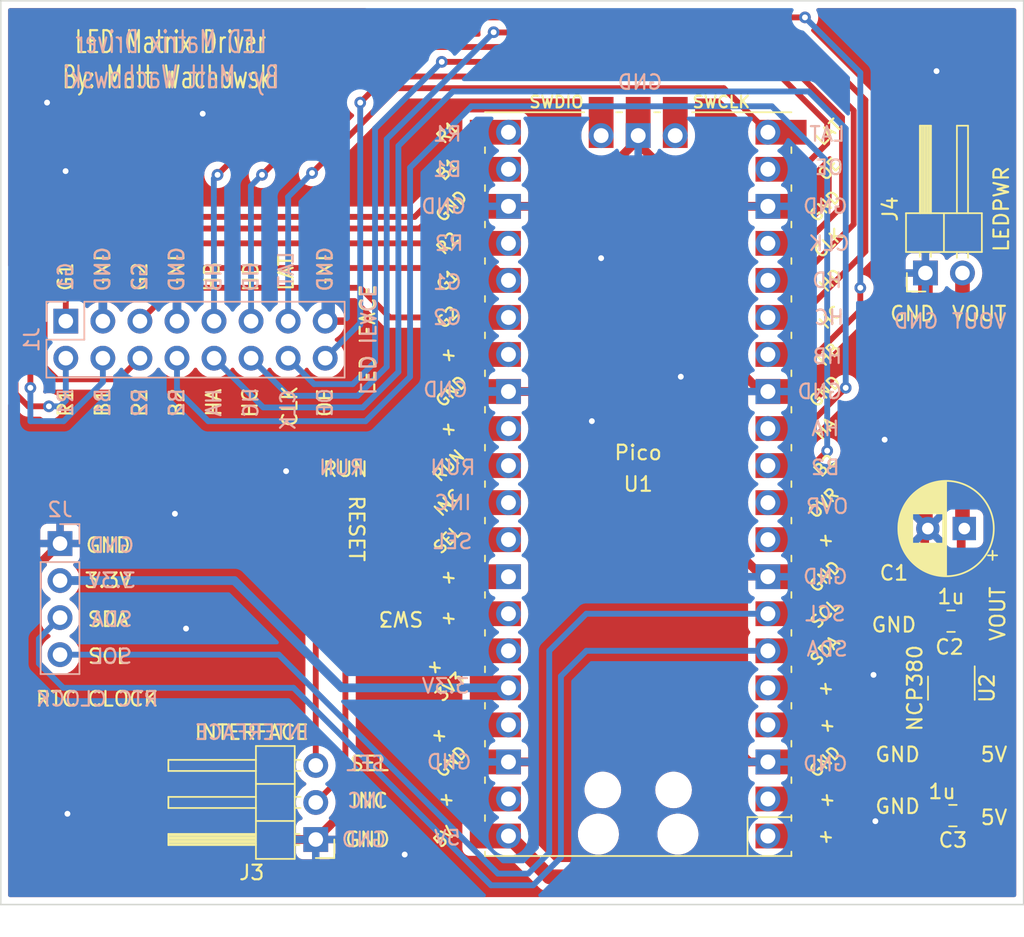
<source format=kicad_pcb>
(kicad_pcb (version 20211014) (generator pcbnew)
  (layers (0 "F.Cu" signal) (31 "B.Cu" signal) (34 "B.Paste" user) (35 "F.Paste" user) (36 "B.SilkS" user "B.Silkscreen") (37 "F.SilkS" user "F.Silkscreen") (38 "B.Mask" user) (39 "F.Mask" user) (44 "Edge.Cuts" user))
  (net 0 "")
  (net 3 "GND")
  (net 6 "/SDA")
  (net 7 "/SCL")
  (net 8 "/SEL")
  (net 9 "/INC")
  (net 10 "/B2")
  (net 11 "/HA")
  (net 12 "/HB")
  (net 13 "/HC")
  (net 14 "/HD")
  (net 15 "/CLK")
  (net 16 "/LAT")
  (net 17 "/R1")
  (net 18 "/B1")
  (net 19 "/R2")
  (net 20 "/G1")
  (net 21 "/G2")
  (net 23 "/RUN")
  (net 29 "/3.3V")
  (net 32 "/5V")
  (net 35 "/OE")
  (net 36 "/OVR")
  (net 37 "/OUT")
  (footprint "Capacitor_THT:CP_Radial_D6.3mm_P2.50mm" (layer "F.Cu") (at 115.316 85.344 180)
    (fp_text reference "C1" (at 4.826 -3.048) (layer "F.SilkS"))
    (fp_text value "100u")
    (pad "1" thru_hole rect (at 0 0 180) (size 1.6 1.6) (drill 0.8) (layers *.Cu *.Mask) (net 37 "/OUT"))
    (pad "2" thru_hole circle (at 2.5 0 180) (size 1.6 1.6) (drill 0.8) (layers *.Cu *.Mask) (net 3 "GND"))
  )
  (footprint "Capacitor_SMD:C_0805_2012Metric_Pad1.18x1.45mm_HandSolder" (layer "F.Cu") (at 114.5325 105.029 180)
    (fp_text reference "C3" (at 0 -1.68) (layer "F.SilkS"))
    (fp_text value "1u" (at 0.7405 1.651) (layer "F.SilkS"))
    (pad "1" smd roundrect (at -1.0375 0 180) (size 1.175 1.45) (layers "F.Cu" "F.Paste" "F.Mask") (roundrect_rratio 0.2127659574) (net 32 "/5V"))
    (pad "2" smd roundrect (at 1.0375 0 180) (size 1.175 1.45) (layers "F.Cu" "F.Paste" "F.Mask") (roundrect_rratio 0.2127659574) (net 3 "GND"))
  )
  (footprint "PI Pico:RPi_Pico_SMD_TH" (layer "F.Cu") (at 92.964 82.296 180)
    (fp_text reference "U1" (at 0 0) (layer "F.SilkS"))
    (fp_text value "Pico" (at 0 2.159) (layer "F.SilkS"))
    (fp_text user "GND" (at -12.8 19.05 45) (layer "F.SilkS") (effects (font (size 0.8 0.8))))
    (fp_text user "HC" (at -13.2 11.43 45) (layer "F.SilkS") (effects (font (size 0.8 0.8))))
    (fp_text user "INC" (at 13.054 -1.27 45) (layer "F.SilkS") (effects (font (size 0.8 0.8))))
    (fp_text user "OVR" (at -12.7 -1.3 45) (layer "F.SilkS") (effects (font (size 0.8 0.8))))
    (fp_text user "B1" (at 13.054 21.59 45) (layer "F.SilkS") (effects (font (size 0.8 0.8))))
    (fp_text user "GND" (at 12.8 6.35 45) (layer "F.SilkS") (effects (font (size 0.8 0.8))))
    (fp_text user "x" (at 13.054 -6.35 45) (layer "F.SilkS") (effects (font (size 0.8 0.8))))
    (fp_text user "CLK" (at -13.054 16.51 45) (layer "F.SilkS") (effects (font (size 0.8 0.8))))
    (fp_text user "HB" (at -13.054 8.89 45) (layer "F.SilkS") (effects (font (size 0.8 0.8))))
    (fp_text user "SDA" (at -12.8 -11.43 45) (layer "F.SilkS") (effects (font (size 0.8 0.8))))
    (fp_text user "x" (at -12.9 -21.6 45) (layer "F.SilkS") (effects (font (size 0.8 0.8))))
    (fp_text user "3V3" (at 12.9 -13.9 45) (layer "F.SilkS") (effects (font (size 0.8 0.8))))
    (fp_text user "x" (at 13.054 -9.144 45) (layer "F.SilkS") (effects (font (size 0.8 0.8))))
    (fp_text user "5V" (at 13.3 -24.2 45) (layer "F.SilkS") (effects (font (size 0.8 0.8))))
    (fp_text user "x" (at -12.9 -16.51 45) (layer "F.SilkS") (effects (font (size 0.8 0.8))))
    (fp_text user "GND" (at -12.8 6.35 45) (layer "F.SilkS") (effects (font (size 0.8 0.8))))
    (fp_text user "SWDIO" (at 5.6 26.2) (layer "F.SilkS") (effects (font (size 0.8 0.8))))
    (fp_text user "GND" (at 12.8 19.05 45) (layer "F.SilkS") (effects (font (size 0.8 0.8))))
    (fp_text user "RUN" (at 13 1.27 45) (layer "F.SilkS") (effects (font (size 0.8 0.8))))
    (fp_text user "HA" (at -12.8 3.81 45) (layer "F.SilkS") (effects (font (size 0.8 0.8))))
    (fp_text user "x" (at 13.2 -21.59 45) (layer "F.SilkS") (effects (font (size 0.8 0.8))))
    (fp_text user "x" (at 14 -12.5 45) (layer "F.SilkS") (effects (font (size 0.8 0.8))))
    (fp_text user "GND" (at -12.8 -19.05 45) (layer "F.SilkS") (effects (font (size 0.8 0.8))))
    (fp_text user "HD" (at -13.2 13.97 45) (layer "F.SilkS") (effects (font (size 0.8 0.8))))
    (fp_text user "OE" (at -13.1 21.59 45) (layer "F.SilkS") (effects (font (size 0.8 0.8))))
    (fp_text user "SCL" (at -12.8 -8.89 45) (layer "F.SilkS") (effects (font (size 0.8 0.8))))
    (fp_text user "R1" (at 13.054 24.13 45) (layer "F.SilkS") (effects (font (size 0.8 0.8))))
    (fp_text user "x" (at -12.8 -13.97 45) (layer "F.SilkS") (effects (font (size 0.8 0.8))))
    (fp_text user "x" (at -12.8 -3.81 45) (layer "F.SilkS") (effects (font (size 0.8 0.8))))
    (fp_text user "SEL" (at 13.054 -3.8 45) (layer "F.SilkS") (effects (font (size 0.8 0.8))))
    (fp_text user "x" (at 13.7 -17.2 45) (layer "F.SilkS") (effects (font (size 0.8 0.8))))
    (fp_text user "LAT" (at -13.054 24.13 45) (layer "F.SilkS") (effects (font (size 0.8 0.8))))
    (fp_text user "GND" (at -12.8 -6.35 45) (layer "F.SilkS") (effects (font (size 0.8 0.8))))
    (fp_text user "G2" (at 13.054 11.43 45) (layer "F.SilkS") (effects (font (size 0.8 0.8))))
    (fp_text user "SWCLK" (at -5.7 26.2) (layer "F.SilkS") (effects (font (size 0.8 0.8))))
    (fp_text user "G1" (at 13.054 13.97 45) (layer "F.SilkS") (effects (font (size 0.8 0.8))))
    (fp_text user "x" (at 13.054 3.81 45) (layer "F.SilkS") (effects (font (size 0.8 0.8))))
    (fp_text user "GND" (at 12.8 -19.05 45) (layer "F.SilkS") (effects (font (size 0.8 0.8))))
    (fp_text user "x" (at 13.054 8.9 45) (layer "F.SilkS") (effects (font (size 0.8 0.8))))
    (fp_text user "B2" (at -12.8 1.27 45) (layer "F.SilkS") (effects (font (size 0.8 0.8))))
    (fp_text user "x" (at -12.8 -24.13 45) (layer "F.SilkS") (effects (font (size 0.8 0.8))))
    (fp_text user "R2" (at 13.054 16.51 45) (layer "F.SilkS") (effects (font (size 0.8 0.8))))
    (pad "" np_thru_hole oval (at -2.725 -24 180) (size 1.8 1.8) (drill 1.8) (layers *.Cu *.Mask))
    (pad "" np_thru_hole oval (at 2.425 -20.97 180) (size 1.5 1.5) (drill 1.5) (layers *.Cu *.Mask))
    (pad "" np_thru_hole oval (at 2.725 -24 180) (size 1.8 1.8) (drill 1.8) (layers *.Cu *.Mask))
    (pad "" np_thru_hole oval (at -2.425 -20.97 180) (size 1.5 1.5) (drill 1.5) (layers *.Cu *.Mask))
    (pad "1" smd rect (at -8.89 -24.13 180) (size 3.5 1.7) (drill (offset -0.9 0)) (layers "F.Cu" "F.Mask"))
    (pad "1" thru_hole oval (at -8.89 -24.13 180) (size 1.7 1.7) (drill 1.02) (layers *.Cu *.Mask))
    (pad "2" thru_hole oval (at -8.89 -21.59 180) (size 1.7 1.7) (drill 1.02) (layers *.Cu *.Mask))
    (pad "2" smd rect (at -8.89 -21.59 180) (size 3.5 1.7) (drill (offset -0.9 0)) (layers "F.Cu" "F.Mask"))
    (pad "3" smd rect (at -8.89 -19.05 180) (size 3.5 1.7) (drill (offset -0.9 0)) (layers "F.Cu" "F.Mask") (net 3 "GND"))
    (pad "3" thru_hole rect (at -8.89 -19.05 180) (size 1.7 1.7) (drill 1.02) (layers *.Cu *.Mask) (net 3 "GND"))
    (pad "4" smd rect (at -8.89 -16.51 180) (size 3.5 1.7) (drill (offset -0.9 0)) (layers "F.Cu" "F.Mask"))
    (pad "4" thru_hole oval (at -8.89 -16.51 180) (size 1.7 1.7) (drill 1.02) (layers *.Cu *.Mask))
    (pad "5" smd rect (at -8.89 -13.97 180) (size 3.5 1.7) (drill (offset -0.9 0)) (layers "F.Cu" "F.Mask"))
    (pad "5" thru_hole oval (at -8.89 -13.97 180) (size 1.7 1.7) (drill 1.02) (layers *.Cu *.Mask))
    (pad "6" thru_hole oval (at -8.89 -11.43 180) (size 1.7 1.7) (drill 1.02) (layers *.Cu *.Mask) (net 6 "/SDA"))
    (pad "6" smd rect (at -8.89 -11.43 180) (size 3.5 1.7) (drill (offset -0.9 0)) (layers "F.Cu" "F.Mask") (net 6 "/SDA"))
    (pad "7" thru_hole oval (at -8.89 -8.89 180) (size 1.7 1.7) (drill 1.02) (layers *.Cu *.Mask) (net 7 "/SCL"))
    (pad "7" smd rect (at -8.89 -8.89 180) (size 3.5 1.7) (drill (offset -0.9 0)) (layers "F.Cu" "F.Mask") (net 7 "/SCL"))
    (pad "8" thru_hole rect (at -8.89 -6.35 180) (size 1.7 1.7) (drill 1.02) (layers *.Cu *.Mask) (net 3 "GND"))
    (pad "8" smd rect (at -8.89 -6.35 180) (size 3.5 1.7) (drill (offset -0.9 0)) (layers "F.Cu" "F.Mask") (net 3 "GND"))
    (pad "9" smd rect (at -8.89 -3.81 180) (size 3.5 1.7) (drill (offset -0.9 0)) (layers "F.Cu" "F.Mask"))
    (pad "9" thru_hole oval (at -8.89 -3.81 180) (size 1.7 1.7) (drill 1.02) (layers *.Cu *.Mask))
    (pad "10" thru_hole oval (at -8.89 -1.27 180) (size 1.7 1.7) (drill 1.02) (layers *.Cu *.Mask) (net 36 "/OVR"))
    (pad "10" smd rect (at -8.89 -1.27 180) (size 3.5 1.7) (drill (offset -0.9 0)) (layers "F.Cu" "F.Mask") (net 36 "/OVR"))
    (pad "11" thru_hole oval (at -8.89 1.27 180) (size 1.7 1.7) (drill 1.02) (layers *.Cu *.Mask) (net 10 "/B2"))
    (pad "11" smd rect (at -8.89 1.27 180) (size 3.5 1.7) (drill (offset -0.9 0)) (layers "F.Cu" "F.Mask") (net 10 "/B2"))
    (pad "12" thru_hole oval (at -8.89 3.81 180) (size 1.7 1.7) (drill 1.02) (layers *.Cu *.Mask) (net 11 "/HA"))
    (pad "12" smd rect (at -8.89 3.81 180) (size 3.5 1.7) (drill (offset -0.9 0)) (layers "F.Cu" "F.Mask") (net 11 "/HA"))
    (pad "13" smd rect (at -8.89 6.35 180) (size 3.5 1.7) (drill (offset -0.9 0)) (layers "F.Cu" "F.Mask") (net 3 "GND"))
    (pad "13" thru_hole rect (at -8.89 6.35 180) (size 1.7 1.7) (drill 1.02) (layers *.Cu *.Mask) (net 3 "GND"))
    (pad "14" thru_hole oval (at -8.89 8.89 180) (size 1.7 1.7) (drill 1.02) (layers *.Cu *.Mask) (net 12 "/HB"))
    (pad "14" smd rect (at -8.89 8.89 180) (size 3.5 1.7) (drill (offset -0.9 0)) (layers "F.Cu" "F.Mask") (net 12 "/HB"))
    (pad "15" smd rect (at -8.89 11.43 180) (size 3.5 1.7) (drill (offset -0.9 0)) (layers "F.Cu" "F.Mask") (net 13 "/HC"))
    (pad "15" thru_hole oval (at -8.89 11.43 180) (size 1.7 1.7) (drill 1.02) (layers *.Cu *.Mask) (net 13 "/HC"))
    (pad "16" thru_hole oval (at -8.89 13.97 180) (size 1.7 1.7) (drill 1.02) (layers *.Cu *.Mask) (net 14 "/HD"))
    (pad "16" smd rect (at -8.89 13.97 180) (size 3.5 1.7) (drill (offset -0.9 0)) (layers "F.Cu" "F.Mask") (net 14 "/HD"))
    (pad "17" thru_hole oval (at -8.89 16.51 180) (size 1.7 1.7) (drill 1.02) (layers *.Cu *.Mask) (net 15 "/CLK"))
    (pad "17" smd rect (at -8.89 16.51 180) (size 3.5 1.7) (drill (offset -0.9 0)) (layers "F.Cu" "F.Mask") (net 15 "/CLK"))
    (pad "18" thru_hole rect (at -8.89 19.05 180) (size 1.7 1.7) (drill 1.02) (layers *.Cu *.Mask) (net 3 "GND"))
    (pad "18" smd rect (at -8.89 19.05 180) (size 3.5 1.7) (drill (offset -0.9 0)) (layers "F.Cu" "F.Mask") (net 3 "GND"))
    (pad "19" thru_hole oval (at -8.89 21.59 180) (size 1.7 1.7) (drill 1.02) (layers *.Cu *.Mask) (net 35 "/OE"))
    (pad "19" smd rect (at -8.89 21.59 180) (size 3.5 1.7) (drill (offset -0.9 0)) (layers "F.Cu" "F.Mask") (net 35 "/OE"))
    (pad "20" thru_hole oval (at -8.89 24.13 180) (size 1.7 1.7) (drill 1.02) (layers *.Cu *.Mask) (net 16 "/LAT"))
    (pad "20" smd rect (at -8.89 24.13 180) (size 3.5 1.7) (drill (offset -0.9 0)) (layers "F.Cu" "F.Mask") (net 16 "/LAT"))
    (pad "21" thru_hole oval (at 8.89 24.13 180) (size 1.7 1.7) (drill 1.02) (layers *.Cu *.Mask) (net 17 "/R1"))
    (pad "21" smd rect (at 8.89 24.13 180) (size 3.5 1.7) (drill (offset 0.9 0)) (layers "F.Cu" "F.Mask") (net 17 "/R1"))
    (pad "22" smd rect (at 8.89 21.59 180) (size 3.5 1.7) (drill (offset 0.9 0)) (layers "F.Cu" "F.Mask") (net 18 "/B1"))
    (pad "22" thru_hole oval (at 8.89 21.59 180) (size 1.7 1.7) (drill 1.02) (layers *.Cu *.Mask) (net 18 "/B1"))
    (pad "23" thru_hole rect (at 8.89 19.05 180) (size 1.7 1.7) (drill 1.02) (layers *.Cu *.Mask) (net 3 "GND"))
    (pad "23" smd rect (at 8.89 19.05 180) (size 3.5 1.7) (drill (offset 0.9 0)) (layers "F.Cu" "F.Mask") (net 3 "GND"))
    (pad "24" smd rect (at 8.89 16.51 180) (size 3.5 1.7) (drill (offset 0.9 0)) (layers "F.Cu" "F.Mask") (net 19 "/R2"))
    (pad "24" thru_hole oval (at 8.89 16.51 180) (size 1.7 1.7) (drill 1.02) (layers *.Cu *.Mask) (net 19 "/R2"))
    (pad "25" thru_hole oval (at 8.89 13.97 180) (size 1.7 1.7) (drill 1.02) (layers *.Cu *.Mask) (net 20 "/G1"))
    (pad "25" smd rect (at 8.89 13.97 180) (size 3.5 1.7) (drill (offset 0.9 0)) (layers "F.Cu" "F.Mask") (net 20 "/G1"))
    (pad "26" thru_hole oval (at 8.89 11.43 180) (size 1.7 1.7) (drill 1.02) (layers *.Cu *.Mask) (net 21 "/G2"))
    (pad "26" smd rect (at 8.89 11.43 180) (size 3.5 1.7) (drill (offset 0.9 0)) (layers "F.Cu" "F.Mask") (net 21 "/G2"))
    (pad "27" smd rect (at 8.89 8.89 180) (size 3.5 1.7) (drill (offset 0.9 0)) (layers "F.Cu" "F.Mask"))
    (pad "27" thru_hole oval (at 8.89 8.89 180) (size 1.7 1.7) (drill 1.02) (layers *.Cu *.Mask))
    (pad "28" smd rect (at 8.89 6.35 180) (size 3.5 1.7) (drill (offset 0.9 0)) (layers "F.Cu" "F.Mask") (net 3 "GND"))
    (pad "28" thru_hole rect (at 8.89 6.35 180) (size 1.7 1.7) (drill 1.02) (layers *.Cu *.Mask) (net 3 "GND"))
    (pad "29" thru_hole oval (at 8.89 3.81 180) (size 1.7 1.7) (drill 1.02) (layers *.Cu *.Mask))
    (pad "29" smd rect (at 8.89 3.81 180) (size 3.5 1.7) (drill (offset 0.9 0)) (layers "F.Cu" "F.Mask"))
    (pad "30" thru_hole oval (at 8.89 1.27 180) (size 1.7 1.7) (drill 1.02) (layers *.Cu *.Mask) (net 23 "/RUN"))
    (pad "30" smd rect (at 8.89 1.27 180) (size 3.5 1.7) (drill (offset 0.9 0)) (layers "F.Cu" "F.Mask") (net 23 "/RUN"))
    (pad "31" thru_hole oval (at 8.89 -1.27 180) (size 1.7 1.7) (drill 1.02) (layers *.Cu *.Mask) (net 9 "/INC"))
    (pad "31" smd rect (at 8.89 -1.27 180) (size 3.5 1.7) (drill (offset 0.9 0)) (layers "F.Cu" "F.Mask") (net 9 "/INC"))
    (pad "32" thru_hole oval (at 8.89 -3.81 180) (size 1.7 1.7) (drill 1.02) (layers *.Cu *.Mask) (net 8 "/SEL"))
    (pad "32" smd rect (at 8.89 -3.81 180) (size 3.5 1.7) (drill (offset 0.9 0)) (layers "F.Cu" "F.Mask") (net 8 "/SEL"))
    (pad "33" thru_hole rect (at 8.89 -6.35 180) (size 1.7 1.7) (drill 1.02) (layers *.Cu *.Mask))
    (pad "33" smd rect (at 8.89 -6.35 180) (size 3.5 1.7) (drill (offset 0.9 0)) (layers "F.Cu" "F.Mask"))
    (pad "34" smd rect (at 8.89 -8.89 180) (size 3.5 1.7) (drill (offset 0.9 0)) (layers "F.Cu" "F.Mask"))
    (pad "34" thru_hole oval (at 8.89 -8.89 180) (size 1.7 1.7) (drill 1.02) (layers *.Cu *.Mask))
    (pad "35" thru_hole oval (at 8.89 -11.43 180) (size 1.7 1.7) (drill 1.02) (layers *.Cu *.Mask))
    (pad "35" smd rect (at 8.89 -11.43 180) (size 3.5 1.7) (drill (offset 0.9 0)) (layers "F.Cu" "F.Mask"))
    (pad "36" smd rect (at 8.89 -13.97 180) (size 3.5 1.7) (drill (offset 0.9 0)) (layers "F.Cu" "F.Mask") (net 29 "/3.3V"))
    (pad "36" thru_hole oval (at 8.89 -13.97 180) (size 1.7 1.7) (drill 1.02) (layers *.Cu *.Mask) (net 29 "/3.3V"))
    (pad "37" thru_hole oval (at 8.89 -16.51 180) (size 1.7 1.7) (drill 1.02) (layers *.Cu *.Mask))
    (pad "37" smd rect (at 8.89 -16.51 180) (size 3.5 1.7) (drill (offset 0.9 0)) (layers "F.Cu" "F.Mask"))
    (pad "38" thru_hole rect (at 8.89 -19.05 180) (size 1.7 1.7) (drill 1.02) (layers *.Cu *.Mask) (net 3 "GND"))
    (pad "38" smd rect (at 8.89 -19.05 180) (size 3.5 1.7) (drill (offset 0.9 0)) (layers "F.Cu" "F.Mask") (net 3 "GND"))
    (pad "39" thru_hole oval (at 8.89 -21.59 180) (size 1.7 1.7) (drill 1.02) (layers *.Cu *.Mask))
    (pad "39" smd rect (at 8.89 -21.59 180) (size 3.5 1.7) (drill (offset 0.9 0)) (layers "F.Cu" "F.Mask"))
    (pad "40" thru_hole oval (at 8.89 -24.13 180) (size 1.7 1.7) (drill 1.02) (layers *.Cu *.Mask) (net 32 "/5V"))
    (pad "40" smd rect (at 8.89 -24.13 180) (size 3.5 1.7) (drill (offset 0.9 0)) (layers "F.Cu" "F.Mask") (net 32 "/5V"))
    (pad "41" thru_hole oval (at -2.54 23.9 180) (size 1.7 1.7) (drill 1.02) (layers *.Cu *.Mask))
    (pad "41" smd rect (at -2.54 23.9 270) (size 3.5 1.7) (drill (offset -0.9 0)) (layers "F.Cu" "F.Mask"))
    (pad "42" smd rect (at 0 23.9 270) (size 3.5 1.7) (drill (offset -0.9 0)) (layers "F.Cu" "F.Mask") (net 3 "GND"))
    (pad "42" thru_hole rect (at 0 23.9 180) (size 1.7 1.7) (drill 1.02) (layers *.Cu *.Mask) (net 3 "GND"))
    (pad "43" smd rect (at 2.54 23.9 270) (size 3.5 1.7) (drill (offset -0.9 0)) (layers "F.Cu" "F.Mask"))
    (pad "43" thru_hole oval (at 2.54 23.9 180) (size 1.7 1.7) (drill 1.02) (layers *.Cu *.Mask))
  )
  (footprint "Package_SO:TSOP-5_1.65x3.05mm_P0.95mm" (layer "F.Cu") (at 114.427 96.2875 -90)
    (fp_text reference "U2" (at 0 -2.45 90) (layer "F.SilkS"))
    (fp_text value "NCP380" (at 0 2.5 90) (layer "F.SilkS"))
    (pad "1" smd rect (at -1.16 -0.95 270) (size 0.7 0.51) (layers "F.Cu" "F.Paste" "F.Mask") (net 37 "/OUT"))
    (pad "2" smd rect (at -1.16 0 270) (size 0.7 0.51) (layers "F.Cu" "F.Paste" "F.Mask") (net 3 "GND"))
    (pad "3" smd rect (at -1.16 0.95 270) (size 0.7 0.51) (layers "F.Cu" "F.Paste" "F.Mask") (net 36 "/OVR"))
    (pad "4" smd rect (at 1.16 0.95 270) (size 0.7 0.51) (layers "F.Cu" "F.Paste" "F.Mask") (net 3 "GND"))
    (pad "5" smd rect (at 1.16 -0.95 270) (size 0.7 0.51) (layers "F.Cu" "F.Paste" "F.Mask") (net 32 "/5V"))
  )
  (footprint "Matt:SMD_Button_6mm_3_5mm" (layer "F.Cu") (at 76.708 81.026 180)
    (fp_text reference "SW3" (at 0 -10.5 180 unlocked) (layer "F.SilkS"))
    (fp_text value "RESET" (at 3.048 -4.318 270 unlocked) (layer "F.SilkS"))
    (fp_text user "LED IFACE" (at 2.286 8.636 -90 unlocked) (layer "B.SilkS") (effects (justify mirror)))
    (fp_text user "LED IFACE" (at 2.286 8.636 90 unlocked) (layer "F.SilkS"))
    (pad "1" smd roundrect (at 0 0 180) (size 2 2) (layers "F.Cu" "F.Paste" "F.Mask") (net 23 "/RUN"))
    (pad "2" smd roundrect (at 0 -8 180) (size 2 2) (layers "F.Cu" "F.Paste" "F.Mask") (net 3 "GND"))
  )
  (footprint "Capacitor_SMD:C_0805_2012Metric_Pad1.18x1.45mm_HandSolder" (layer "F.Cu") (at 114.4055 91.694 180)
    (fp_text reference "C2" (at 0.1055 -1.778) (layer "F.SilkS"))
    (fp_text value "1u" (at 0 1.68) (layer "F.SilkS"))
    (pad "1" smd roundrect (at -1.0375 0 180) (size 1.175 1.45) (layers "F.Cu" "F.Paste" "F.Mask") (roundrect_rratio 0.2127659574) (net 37 "/OUT"))
    (pad "2" smd roundrect (at 1.0375 0 180) (size 1.175 1.45) (layers "F.Cu" "F.Paste" "F.Mask") (roundrect_rratio 0.2127659574) (net 3 "GND"))
  )
  (footprint "Connector_PinHeader_2.54mm:PinHeader_1x02_P2.54mm_Horizontal" (layer "F.Cu") (at 112.649 67.818 90)
    (fp_text reference "J4" (at 4.385 -2.413 90) (layer "F.SilkS"))
    (fp_text value "LEDPWR" (at 4.385 5.207 90) (layer "F.SilkS"))
    (pad "1" thru_hole rect (at 0 0 90) (size 1.7 1.7) (drill 1) (layers *.Cu *.Mask) (net 3 "GND"))
    (pad "2" thru_hole oval (at 0 2.54 90) (size 1.7 1.7) (drill 1) (layers *.Cu *.Mask) (net 37 "/OUT"))
  )
  (footprint "Connector_PinHeader_2.54mm:PinHeader_1x03_P2.54mm_Horizontal" (layer "F.Cu") (at 70.866 106.665 180)
    (fp_text reference "J3" (at 4.385 -2.27) (layer "F.SilkS"))
    (fp_text value "INTERFACE" (at 4.385 7.35) (layer "F.SilkS"))
    (fp_text user "${VALUE}" (at 4.385 7.351) (layer "B.SilkS") (effects (justify mirror)))
    (pad "1" thru_hole rect (at 0 0 180) (size 1.7 1.7) (drill 1) (layers *.Cu *.Mask) (net 3 "GND"))
    (pad "2" thru_hole oval (at 0 2.54 180) (size 1.7 1.7) (drill 1) (layers *.Cu *.Mask) (net 8 "/SEL"))
    (pad "3" thru_hole oval (at 0 5.08 180) (size 1.7 1.7) (drill 1) (layers *.Cu *.Mask) (net 9 "/INC"))
  )
  (footprint "Connector_PinHeader_2.54mm:PinHeader_2x08_P2.54mm_Vertical" (layer "B.Cu") (at 53.735 71.12 -90)
    (fp_text reference "J1" (at 1.27 2.33 90) (layer "B.SilkS") (effects (justify mirror)))
    (fp_text value "LED Interface")
    (pad "1" thru_hole rect (at 0 0 270) (size 1.7 1.7) (drill 1) (layers *.Cu *.Mask) (net 20 "/G1"))
    (pad "2" thru_hole oval (at 2.54 0 270) (size 1.7 1.7) (drill 1) (layers *.Cu *.Mask) (net 17 "/R1"))
    (pad "3" thru_hole oval (at 0 -2.54 270) (size 1.7 1.7) (drill 1) (layers *.Cu *.Mask) (net 3 "GND"))
    (pad "4" thru_hole oval (at 2.54 -2.54 270) (size 1.7 1.7) (drill 1) (layers *.Cu *.Mask) (net 18 "/B1"))
    (pad "5" thru_hole oval (at 0 -5.08 270) (size 1.7 1.7) (drill 1) (layers *.Cu *.Mask) (net 21 "/G2"))
    (pad "6" thru_hole oval (at 2.54 -5.08 270) (size 1.7 1.7) (drill 1) (layers *.Cu *.Mask) (net 19 "/R2"))
    (pad "7" thru_hole oval (at 0 -7.62 270) (size 1.7 1.7) (drill 1) (layers *.Cu *.Mask) (net 3 "GND"))
    (pad "8" thru_hole oval (at 2.54 -7.62 270) (size 1.7 1.7) (drill 1) (layers *.Cu *.Mask) (net 10 "/B2"))
    (pad "9" thru_hole oval (at 0 -10.16 270) (size 1.7 1.7) (drill 1) (layers *.Cu *.Mask) (net 12 "/HB"))
    (pad "10" thru_hole oval (at 2.54 -10.16 270) (size 1.7 1.7) (drill 1) (layers *.Cu *.Mask) (net 11 "/HA"))
    (pad "11" thru_hole oval (at 0 -12.7 270) (size 1.7 1.7) (drill 1) (layers *.Cu *.Mask) (net 14 "/HD"))
    (pad "12" thru_hole oval (at 2.54 -12.7 270) (size 1.7 1.7) (drill 1) (layers *.Cu *.Mask) (net 13 "/HC"))
    (pad "13" thru_hole oval (at 0 -15.24 270) (size 1.7 1.7) (drill 1) (layers *.Cu *.Mask) (net 16 "/LAT"))
    (pad "14" thru_hole oval (at 2.54 -15.24 270) (size 1.7 1.7) (drill 1) (layers *.Cu *.Mask) (net 15 "/CLK"))
    (pad "15" thru_hole oval (at 0 -17.78 270) (size 1.7 1.7) (drill 1) (layers *.Cu *.Mask) (net 3 "GND"))
    (pad "16" thru_hole oval (at 2.54 -17.78 270) (size 1.7 1.7) (drill 1) (layers *.Cu *.Mask) (net 35 "/OE"))
  )
  (footprint "Connector_PinHeader_2.54mm:PinHeader_1x04_P2.54mm_Vertical" (layer "B.Cu") (at 53.34 86.37 180)
    (fp_text reference "J2" (at 0 2.33) (layer "B.SilkS") (effects (justify mirror)))
    (fp_text value "RTC")
    (pad "1" thru_hole rect (at 0 0 180) (size 1.7 1.7) (drill 1) (layers *.Cu *.Mask) (net 3 "GND"))
    (pad "2" thru_hole oval (at 0 -2.54 180) (size 1.7 1.7) (drill 1) (layers *.Cu *.Mask) (net 29 "/3.3V"))
    (pad "3" thru_hole oval (at 0 -5.08 180) (size 1.7 1.7) (drill 1) (layers *.Cu *.Mask) (net 6 "/SDA"))
    (pad "4" thru_hole oval (at 0 -7.62 180) (size 1.7 1.7) (drill 1) (layers *.Cu *.Mask) (net 7 "/SCL"))
  )
  (gr_line (start 49.276 49.149) (end 119.38 49.149) (layer "Edge.Cuts") (width 0.1))
  (gr_line (start 119.38 49.149) (end 119.38 111.125) (layer "Edge.Cuts") (width 0.1))
  (gr_line (start 49.276 111.125) (end 119.38 111.125) (layer "Edge.Cuts") (width 0.1))
  (gr_line (start 49.276 49.149) (end 49.276 111.125) (layer "Edge.Cuts") (width 0.1))
  (gr_text "INC" (at 80.264 83.566) (layer "B.SilkS") (effects (font (size 1 1)) (justify mirror)))
  (gr_text "SDA" (at 56.896 91.567) (layer "B.SilkS") (effects (font (size 1 1)) (justify mirror)))
  (gr_text "RTC CLOCK" (at 55.88 97.028) (layer "B.SilkS") (effects (font (size 1 1)) (justify mirror)))
  (gr_text "GND" (at 105.791 88.646) (layer "B.SilkS") (effects (font (size 1 1)) (justify mirror)))
  (gr_text "B2" (at 105.791 81.153) (layer "B.SilkS") (effects (font (size 1 1)) (justify mirror)))
  (gr_text "SDA" (at 105.918 93.599) (layer "B.SilkS") (effects (font (size 1 1)) (justify mirror)))
  (gr_text "HB" (at 105.918 73.533) (layer "B.SilkS") (effects (font (size 1 1)) (justify mirror)))
  (gr_text "HB" (at 63.881 68.072 90) (layer "B.SilkS") (effects (font (size 1 1)) (justify mirror)))
  (gr_text "R2" (at 80.01 65.786) (layer "B.SilkS") (effects (font (size 1 1)) (justify mirror)))
  (gr_text "R1" (at 79.883 58.293) (layer "B.SilkS") (effects (font (size 1 1)) (justify mirror)))
  (gr_text "HC" (at 66.421 76.708 90) (layer "B.SilkS") (effects (font (size 1 1)) (justify mirror)))
  (gr_text "LED Matrix Driver\nBy: Matt Wachowski" (at 60.96 53.1876) (layer "B.SilkS") (effects (font (size 1.5 1)) (justify mirror)))
  (gr_text "GND" (at 105.791 101.473) (layer "B.SilkS") (effects (font (size 1 1)) (justify mirror)))
  (gr_text "GND" (at 56.261 67.564 90) (layer "B.SilkS") (effects (font (size 1 1)) (justify mirror)))
  (gr_text "B1" (at 79.883 60.706) (layer "B.SilkS") (effects (font (size 1 1)) (justify mirror)))
  (gr_text "OE" (at 71.501 76.708 90) (layer "B.SilkS") (effects (font (size 1 1)) (justify mirror)))
  (gr_text "B2" (at 61.341 76.708 90) (layer "B.SilkS") (effects (font (size 1 1)) (justify mirror)))
  (gr_text "GND" (at 93.091 54.737) (layer "B.SilkS") (effects (font (size 1 1)) (justify mirror)))
  (gr_text "SCL" (at 56.896 94.107) (layer "B.SilkS") (effects (font (size 1 1)) (justify mirror)))
  (gr_text "CLK" (at 68.961 77.216 90) (layer "B.SilkS") (effects (font (size 1 1)) (justify mirror)))
  (gr_text "SCL" (at 105.791 91.186) (layer "B.SilkS") (effects (font (size 1 1)) (justify mirror)))
  (gr_text "G2" (at 79.883 70.866) (layer "B.SilkS") (effects (font (size 1 1)) (justify mirror)))
  (gr_text "RUN" (at 72.644 81.153) (layer "B.SilkS") (effects (font (size 1 1)) (justify mirror)))
  (gr_text "GND" (at 112.014 71.12) (layer "B.SilkS") (effects (font (size 1 1)) (justify mirror)))
  (gr_text "R1" (at 53.721 76.708 90) (layer "B.SilkS") (effects (font (size 1 1)) (justify mirror)))
  (gr_text "HA" (at 105.791 78.486) (layer "B.SilkS") (effects (font (size 1 1)) (justify mirror)))
  (gr_text "HD" (at 66.421 68.072 90) (layer "B.SilkS") (effects (font (size 1 1)) (justify mirror)))
  (gr_text "G1" (at 53.721 68.072 90) (layer "B.SilkS") (effects (font (size 1 1)) (justify mirror)))
  (gr_text "GND" (at 74.168 106.665) (layer "B.SilkS") (effects (font (size 1 1)) (justify mirror)))
  (gr_text "3.3V" (at 79.756 96.139) (layer "B.SilkS") (effects (font (size 1 1)) (justify mirror)))
  (gr_text "HC" (at 106.045 70.866) (layer "B.SilkS") (effects (font (size 1 1)) (justify mirror)))
  (gr_text "HA" (at 63.881 76.708 90) (layer "B.SilkS") (effects (font (size 1 1)) (justify mirror)))
  (gr_text "INC" (at 74.295 103.998) (layer "B.SilkS") (effects (font (size 1 1)) (justify mirror)))
  (gr_text "OVR" (at 105.918 83.82) (layer "B.SilkS") (effects (font (size 1 1)) (justify mirror)))
  (gr_text "3.3V" (at 56.896 88.9) (layer "B.SilkS") (effects (font (size 1 1)) (justify mirror)))
  (gr_text "LAT" (at 68.834 67.564 90) (layer "B.SilkS") (effects (font (size 1 1)) (justify mirror)))
  (gr_text "B1" (at 56.261 76.708 90) (layer "B.SilkS") (effects (font (size 1 1)) (justify mirror)))
  (gr_text "HD" (at 105.918 68.326) (layer "B.SilkS") (effects (font (size 1 1)) (justify mirror)))
  (gr_text "GND" (at 56.896 86.487) (layer "B.SilkS") (effects (font (size 1 1)) (justify mirror)))
  (gr_text "GND" (at 105.41 75.946) (layer "B.SilkS") (effects (font (size 1 1)) (justify mirror)))
  (gr_text "SEL" (at 74.295 101.458) (layer "B.SilkS") (effects (font (size 1 1)) (justify mirror)))
  (gr_text "LAT" (at 105.918 58.293) (layer "B.SilkS") (effects (font (size 1 1)) (justify mirror)))
  (gr_text "OE" (at 106.045 60.579) (layer "B.SilkS") (effects (font (size 1 1)) (justify mirror)))
  (gr_text "RUN" (at 80.264 81.153) (layer "B.SilkS") (effects (font (size 1 1)) (justify mirror)))
  (gr_text "G1" (at 79.883 68.453) (layer "B.SilkS") (effects (font (size 1 1)) (justify mirror)))
  (gr_text "GND" (at 71.501 67.564 90) (layer "B.SilkS") (effects (font (size 1 1)) (justify mirror)))
  (gr_text "GND" (at 79.756 75.819) (layer "B.SilkS") (effects (font (size 1 1)) (justify mirror)))
  (gr_text "CLK" (at 106.045 65.786) (layer "B.SilkS") (effects (font (size 1 1)) (justify mirror)))
  (gr_text "SEL" (at 80.264 86.233) (layer "B.SilkS") (effects (font (size 1 1)) (justify mirror)))
  (gr_text "GND" (at 105.791 63.246) (layer "B.SilkS") (effects (font (size 1 1)) (justify mirror)))
  (gr_text "5V\n" (at 79.883 106.553) (layer "B.SilkS") (effects (font (size 1 1)) (justify mirror)))
  (gr_text "G2" (at 58.801 68.072 90) (layer "B.SilkS") (effects (font (size 1 1)) (justify mirror)))
  (gr_text "GND" (at 79.629 63.246) (layer "B.SilkS") (effects (font (size 1 1)) (justify mirror)))
  (gr_text "GND" (at 80.01 101.346) (layer "B.SilkS") (effects (font (size 1 1)) (justify mirror)))
  (gr_text "R2" (at 58.801 76.708 90) (layer "B.SilkS") (effects (font (size 1 1)) (justify mirror)))
  (gr_text "GND" (at 61.341 67.564 90) (layer "B.SilkS") (effects (font (size 1 1)) (justify mirror)))
  (gr_text "VOUT" (at 116.332 71.12) (layer "B.SilkS") (effects (font (size 1 1)) (justify mirror)))
  (gr_text "B2" (at 61.341 76.708 90) (layer "F.SilkS") (effects (font (size 1 1))))
  (gr_text "R1" (at 53.721 76.708 90) (layer "F.SilkS") (effects (font (size 1 1))))
  (gr_text "OE" (at 71.501 76.708 90) (layer "F.SilkS") (effects (font (size 1 1))))
  (gr_text "GND" (at 110.744 100.838) (layer "F.SilkS") (effects (font (size 1 1))))
  (gr_text "R2" (at 58.801 76.708 90) (layer "F.SilkS") (effects (font (size 1 1))))
  (gr_text "LED Matrix Driver\nBy: Matt Wachowski" (at 60.9092 53.1876) (layer "F.SilkS") (effects (font (size 1.5 1))))
  (gr_text "VOUT" (at 117.602 91.186 90) (layer "F.SilkS") (effects (font (size 1 1))))
  (gr_text "G2" (at 58.801 68.072 90) (layer "F.SilkS") (effects (font (size 1 1))))
  (gr_text "GND" (at 110.744 104.394) (layer "F.SilkS") (effects (font (size 1 1))))
  (gr_text "5V\n" (at 117.348 100.838) (layer "F.SilkS") (effects (font (size 1 1))))
  (gr_text "GND" (at 71.501 67.564 90) (layer "F.SilkS") (effects (font (size 1 1))))
  (gr_text "INC" (at 74.549 103.998) (layer "F.SilkS") (effects (font (size 1 1))))
  (gr_text "3.3V" (at 56.642 88.9) (layer "F.SilkS") (effects (font (size 1 1))))
  (gr_text "5V\n" (at 117.348 105.156) (layer "F.SilkS") (effects (font (size 1 1))))
  (gr_text "SCL" (at 56.642 94.107) (layer "F.SilkS") (effects (font (size 1 1))))
  (gr_text "HD" (at 66.421 68.072 90) (layer "F.SilkS") (effects (font (size 1 1))))
  (gr_text "CLK" (at 69.088 76.962 90) (layer "F.SilkS") (effects (font (size 1 1))))
  (gr_text "HA" (at 63.881 76.708 90) (layer "F.SilkS") (effects (font (size 1 1))))
  (gr_text "HB" (at 63.754 68.072 90) (layer "F.SilkS") (effects (font (size 1 1))))
  (gr_text "HC" (at 66.360321 76.708 90) (layer "F.SilkS") (effects (font (size 1 1))))
  (gr_text "GND" (at 111.76 70.612) (layer "F.SilkS") (effects (font (size 1 1))))
  (gr_text "GND" (at 56.261 67.564 90) (layer "F.SilkS") (effects (font (size 1 1))))
  (gr_text "G1" (at 53.721 68.072 90) (layer "F.SilkS") (effects (font (size 1 1))))
  (gr_text "SDA" (at 56.642 91.567) (layer "F.SilkS") (effects (font (size 1 1))))
  (gr_text "SEL" (at 74.549 101.458) (layer "F.SilkS") (effects (font (size 1 1))))
  (gr_text "GND" (at 110.49 91.948) (layer "F.SilkS") (effects (font (size 1 1))))
  (gr_text "GND" (at 74.422 106.665) (layer "F.SilkS") (effects (font (size 1 1))))
  (gr_text "GND" (at 61.341 67.564 90) (layer "F.SilkS") (effects (font (size 1 1))))
  (gr_text "VOUT" (at 116.332 70.612) (layer "F.SilkS") (effects (font (size 1 1))))
  (gr_text "LAT" (at 68.834 67.818 90) (layer "F.SilkS") (effects (font (size 1 1))))
  (gr_text "RUN" (at 72.898 81.28) (layer "F.SilkS") (effects (font (size 1 1))))
  (gr_text "B1" (at 56.261 76.708 90) (layer "F.SilkS") (effects (font (size 1 1))))
  (gr_text "RTC CLOCK" (at 55.88 97.028) (layer "F.SilkS") (effects (font (size 1 1))))
  (gr_text "GND" (at 56.642 86.487) (layer "F.SilkS") (effects (font (size 1 1))))
  (segment (start 86.995 74.803) (end 86.995 63.246) (width 0.6) (layer "F.Cu") (net 3))
  (segment (start 85.852 75.946) (end 86.995 74.803) (width 0.6) (layer "F.Cu") (net 3))
  (segment (start 98.679 99.949) (end 97.282 101.346) (width 0.6) (layer "F.Cu") (net 3))
  (segment (start 76.708 101.346) (end 84.074 101.346) (width 0.6) (layer "F.Cu") (net 3))
  (segment (start 101.854 101.346) (end 109.22 101.346) (width 1) (layer "F.Cu") (net 3))
  (segment (start 98.171 89.408) (end 98.171 98.933) (width 0.6) (layer "F.Cu") (net 3))
  (segment (start 109.812 101.346) (end 113.495 105.029) (width 1) (layer "F.Cu") (net 3))
  (segment (start 86.995 74.803) (end 86.995 101.092) (width 0.6) (layer "F.Cu") (net 3))
  (segment (start 98.171 98.933) (end 98.679 99.441) (width 0.6) (layer "F.Cu") (net 3))
  (segment (start 114.427 95.1275) (end 114.427 95.9825) (width 0.4) (layer "F.Cu") (net 3))
  (segment (start 70.866 106.665) (end 63.822968 106.665) (width 0.6) (layer "F.Cu") (net 3))
  (segment (start 98.933 73.533) (end 98.933 63.246) (width 0.6) (layer "F.Cu") (net 3))
  (segment (start 101.473 88.646) (end 101.854 88.646) (width 0.6) (layer "F.Cu") (net 3))
  (segment (start 51.79 94.632032) (end 51.79 87.92) (width 0.6) (layer "F.Cu") (net 3))
  (segment (start 113.368 91.694) (end 112.60138 90.92738) (width 0.6) (layer "F.Cu") (net 3))
  (segment (start 84.074 75.946) (end 85.852 75.946) (width 0.6) (layer "F.Cu") (net 3))
  (segment (start 98.679 99.441) (end 100.584 101.346) (width 0.6) (layer "F.Cu") (net 3))
  (segment (start 114.427 92.753) (end 113.368 91.694) (width 0.4) (layer "F.Cu") (net 3))
  (segment (start 51.79 87.92) (end 53.34 86.37) (width 0.6) (layer "F.Cu") (net 3))
  (segment (start 113.665 96.139) (end 112.395 96.139) (width 0.4) (layer "F.Cu") (net 3))
  (segment (start 92.964 58.674) (end 92.964 58.396) (width 0.6) (layer "F.Cu") (net 3))
  (segment (start 100.584 101.346) (end 101.854 101.346) (width 0.6) (layer "F.Cu") (net 3))
  (segment (start 99.7585 86.9315) (end 101.473 88.646) (width 0.6) (layer "F.Cu") (net 3))
  (segment (start 101.346 75.946) (end 98.933 73.533) (width 0.6) (layer "F.Cu") (net 3))
  (segment (start 112.649 85.29638) (end 112.60138 85.344) (width 1) (layer "F.Cu") (net 3))
  (segment (start 101.854 75.946) (end 101.346 75.946) (width 0.6) (layer "F.Cu") (net 3))
  (segment (start 99.7585 86.9315) (end 99.7585 87.8205) (width 0.6) (layer "F.Cu") (net 3))
  (segment (start 92.964 58.396) (end 92.964 58.956) (width 0.6) (layer "F.Cu") (net 3))
  (segment (start 112.395 96.139) (end 109.22 99.314) (width 0.4) (layer "F.Cu") (net 3))
  (segment (start 114.427 95.1275) (end 114.427 92.753) (width 0.4) (layer "F.Cu") (net 3))
  (segment (start 109.22 99.314) (end 109.22 101.346) (width 0.4) (layer "F.Cu") (net 3))
  (segment (start 76.708 89.026) (end 76.708 101.346) (width 0.6) (layer "F.Cu") (net 3))
  (segment (start 97.282 101.346) (end 86.741 101.346) (width 0.6) (layer "F.Cu") (net 3))
  (segment (start 97.254 63.246) (end 98.933 63.246) (width 0.6) (layer "F.Cu") (net 3))
  (segment (start 99.7585 87.8205) (end 98.171 89.408) (width 0.6) (layer "F.Cu") (net 3))
  (segment (start 86.995 63.246) (end 88.392 63.246) (width 0.6) (layer "F.Cu") (net 3))
  (segment (start 109.22 101.346) (end 109.812 101.346) (width 1) (layer "F.Cu") (net 3))
  (segment (start 76.185 101.346) (end 76.708 101.346) (width 0.6) (layer "F.Cu") (net 3))
  (segment (start 86.995 101.092) (end 86.741 101.346) (width 0.6) (layer "F.Cu") (net 3))
  (segment (start 98.933 63.246) (end 101.854 63.246) (width 0.6) (layer "F.Cu") (net 3))
  (segment (start 98.933 73.533) (end 98.933 86.106) (width 0.6) (layer "F.Cu") (net 3))
  (segment (start 86.741 101.346) (end 84.074 101.346) (width 0.6) (layer "F.Cu") (net 3))
  (segment (start 112.60138 90.92738) (end 112.60138 85.344) (width 0.6) (layer "F.Cu") (net 3))
  (segment (start 114.2705 96.139) (end 113.665 96.139) (width 0.4) (layer "F.Cu") (net 3))
  (segment (start 98.679 99.441) (end 98.679 99.949) (width 0.6) (layer "F.Cu") (net 3))
  (segment (start 114.427 95.9825) (end 114.2705 96.139) (width 0.4) (layer "F.Cu") (net 3))
  (segment (start 113.477 97.4475) (end 113.477 96.327) (width 0.4) (layer "F.Cu") (net 3))
  (segment (start 113.477 96.327) (end 113.665 96.139) (width 0.4) (layer "F.Cu") (net 3))
  (segment (start 70.866 106.665) (end 76.185 101.346) (width 0.6) (layer "F.Cu") (net 3))
  (segment (start 63.822968 106.665) (end 51.79 94.632032) (width 0.6) (layer "F.Cu") (net 3))
  (segment (start 88.392 63.246) (end 92.964 58.674) (width 0.6) (layer "F.Cu") (net 3))
  (segment (start 92.964 58.956) (end 97.254 63.246) (width 0.6) (layer "F.Cu") (net 3))
  (segment (start 84.074 63.246) (end 86.995 63.246) (width 0.6) (layer "F.Cu") (net 3))
  (segment (start 112.649 67.818) (end 112.649 85.29638) (width 1) (layer "F.Cu") (net 3))
  (segment (start 98.933 86.106) (end 99.7585 86.9315) (width 0.6) (layer "F.Cu") (net 3))
  (via (at 109.093 95.377) (size 0.8) (drill 0.4) (layers "F.Cu" "B.Cu") (net 3))
  (via (at 53.848 104.902) (size 0.8) (drill 0.4) (layers "F.Cu" "B.Cu") (net 3))
  (via (at 76.962 107.696) (size 0.8) (drill 0.4) (layers "F.Cu" "B.Cu") (net 3))
  (via (at 68.834 81.407) (size 0.8) (drill 0.4) (layers "F.Cu" "B.Cu") (net 3))
  (via (at 109.22 105.41) (size 0.8) (drill 0.4) (layers "F.Cu" "B.Cu") (net 3))
  (via (at 61.976 92.202) (size 0.8) (drill 0.4) (layers "F.Cu" "B.Cu") (net 3))
  (via (at 95.885 74.93) (size 0.8) (drill 0.4) (layers "F.Cu" "B.Cu") (net 3))
  (via (at 63.119 56.896) (size 0.8) (drill 0.4) (layers "F.Cu" "B.Cu") (net 3))
  (via (at 61.214 84.328) (size 0.8) (drill 0.4) (layers "F.Cu" "B.Cu") (net 3))
  (via (at 53.721 60.833) (size 0.8) (drill 0.4) (layers "F.Cu" "B.Cu") (net 3))
  (via (at 89.789 77.978) (size 0.8) (drill 0.4) (layers "F.Cu" "B.Cu") (net 3))
  (via (at 90.424 66.802) (size 0.8) (drill 0.4) (layers "F.Cu" "B.Cu") (net 3))
  (via (at 52.451 56.134) (size 0.8) (drill 0.4) (layers "F.Cu" "B.Cu") (net 3))
  (via (at 113.411 53.975) (size 0.8) (drill 0.4) (layers "F.Cu" "B.Cu") (net 3))
  (via (at 109.855 79.248) (size 0.8) (drill 0.4) (layers "F.Cu" "B.Cu") (net 3))
  (segment (start 56.275 67.55) (end 56.275 71.12) (width 0.6) (layer "B.Cu") (net 3))
  (segment (start 78.867 75.946) (end 84.074 75.946) (width 0.6) (layer "B.Cu") (net 3))
  (segment (start 58.293 63.881) (end 56.275 65.899) (width 0.6) (layer "B.Cu") (net 3))
  (segment (start 75.565 79.248) (end 78.867 75.946) (width 0.6) (layer "B.Cu") (net 3))
  (segment (start 62.611 79.248) (end 75.565 79.248) (width 0.6) (layer "B.Cu") (net 3))
  (segment (start 54.205 67.55) (end 50.165 71.59) (width 0.6) (layer "B.Cu") (net 3))
  (segment (start 71.882 60.452) (end 71.882 70.753) (width 0.6) (layer "B.Cu") (net 3))
  (segment (start 50.927 79.248) (end 62.611 79.248) (width 0.6) (layer "B.Cu") (net 3))
  (segment (start 56.275 65.899) (end 56.275 67.55) (width 0.6) (layer "B.Cu") (net 3))
  (segment (start 71.882 70.753) (end 71.515 71.12) (width 0.6) (layer "B.Cu") (net 3))
  (segment (start 50.165 78.486) (end 50.927 79.248) (width 0.6) (layer "B.Cu") (net 3))
  (segment (start 56.275 67.55) (end 54.205 67.55) (width 0.6) (layer "B.Cu") (net 3))
  (segment (start 71.247 59.817) (end 71.882 60.452) (width 0.6) (layer "B.Cu") (net 3))
  (segment (start 50.165 71.59) (end 50.165 78.486) (width 0.6) (layer "B.Cu") (net 3))
  (segment (start 61.355 71.12) (end 61.355 66.943) (width 0.6) (layer "B.Cu") (net 3))
  (segment (start 62.357 59.817) (end 71.247 59.817) (width 0.6) (layer "B.Cu") (net 3))
  (segment (start 61.355 66.943) (end 58.293 63.881) (width 0.6) (layer "B.Cu") (net 3))
  (segment (start 58.293 63.881) (end 62.357 59.817) (width 0.6) (layer "B.Cu") (net 3))
  (segment (start 82.88 109.804) (end 69.342 96.266) (width 0.4) (layer "B.Cu") (net 6))
  (segment (start 89.408 93.726) (end 87.668 95.466) (width 0.4) (layer "B.Cu") (net 6))
  (segment (start 69.342 96.266) (end 53.56539 96.266) (width 0.4) (layer "B.Cu") (net 6))
  (segment (start 87.668 107.90037) (end 85.76437 109.804) (width 0.4) (layer "B.Cu") (net 6))
  (segment (start 85.76437 109.804) (end 82.88 109.804) (width 0.4) (layer "B.Cu") (net 6))
  (segment (start 87.668 95.466) (end 87.668 107.90037) (width 0.4) (layer "B.Cu") (net 6))
  (segment (start 51.89 92.9) (end 53.34 91.45) (width 0.4) (layer "B.Cu") (net 6))
  (segment (start 53.56539 96.266) (end 51.89 94.59061) (width 0.4) (layer "B.Cu") (net 6))
  (segment (start 51.89 94.59061) (end 51.89 92.9) (width 0.4) (layer "B.Cu") (net 6))
  (segment (start 101.854 93.726) (end 89.408 93.726) (width 0.4) (layer "B.Cu") (net 6))
  (segment (start 89.408 91.186) (end 86.868 93.726) (width 0.4) (layer "B.Cu") (net 7))
  (segment (start 101.854 91.186) (end 89.408 91.186) (width 0.4) (layer "B.Cu") (net 7))
  (segment (start 86.868 107.569) (end 85.433 109.004) (width 0.4) (layer "B.Cu") (net 7))
  (segment (start 86.868 93.726) (end 86.868 107.569) (width 0.4) (layer "B.Cu") (net 7))
  (segment (start 68.336 93.99) (end 53.34 93.99) (width 0.4) (layer "B.Cu") (net 7))
  (segment (start 83.35 109.004) (end 68.336 93.99) (width 0.4) (layer "B.Cu") (net 7))
  (segment (start 85.433 109.004) (end 83.35 109.004) (width 0.4) (layer "B.Cu") (net 7))
  (segment (start 77.072365 86.106) (end 72.898 90.280365) (width 0.4) (layer "F.Cu") (net 8))
  (segment (start 72.898 102.093) (end 70.866 104.125) (width 0.4) (layer "F.Cu") (net 8))
  (segment (start 84.074 86.106) (end 77.072365 86.106) (width 0.4) (layer "F.Cu") (net 8))
  (segment (start 72.898 90.280365) (end 72.898 102.093) (width 0.4) (layer "F.Cu") (net 8))
  (segment (start 84.074 83.566) (end 77.978 83.566) (width 0.4) (layer "F.Cu") (net 9))
  (segment (start 77.978 83.566) (end 70.866 90.678) (width 0.4) (layer "F.Cu") (net 9))
  (segment (start 70.866 90.678) (end 70.866 101.585) (width 0.4) (layer "F.Cu") (net 9))
  (segment (start 101.854 81.026) (end 104.902 81.026) (width 0.4) (layer "F.Cu") (net 10))
  (segment (start 104.902 81.026) (end 105.918 80.01) (width 0.4) (layer "F.Cu") (net 10))
  (via (at 105.918 80.01) (size 0.8) (drill 0.4) (layers "F.Cu" "B.Cu") (net 10))
  (segment (start 102.12661 56.388) (end 81.534 56.388) (width 0.4) (layer "B.Cu") (net 10))
  (segment (start 105.918 60.17939) (end 102.12661 56.388) (width 0.4) (layer "B.Cu") (net 10))
  (segment (start 63.5 77.978) (end 61.355 75.833) (width 0.4) (layer "B.Cu") (net 10))
  (segment (start 61.355 75.833) (end 61.355 73.66) (width 0.4) (layer "B.Cu") (net 10))
  (segment (start 105.918 80.01) (end 105.918 60.17939) (width 0.4) (layer "B.Cu") (net 10))
  (segment (start 77.33 74.93137) (end 74.28337 77.978) (width 0.4) (layer "B.Cu") (net 10))
  (segment (start 77.33 60.592) (end 77.33 74.93137) (width 0.4) (layer "B.Cu") (net 10))
  (segment (start 81.534 56.388) (end 77.33 60.592) (width 0.4) (layer "B.Cu") (net 10))
  (segment (start 74.28337 77.978) (end 63.5 77.978) (width 0.4) (layer "B.Cu") (net 10))
  (segment (start 104.394 78.486) (end 101.854 78.486) (width 0.4) (layer "F.Cu") (net 11))
  (segment (start 107.188 75.692) (end 104.394 78.486) (width 0.4) (layer "F.Cu") (net 11))
  (via (at 107.188 75.692) (size 0.8) (drill 0.4) (layers "F.Cu" "B.Cu") (net 11))
  (segment (start 76.53 59.106) (end 80.264 55.372) (width 0.4) (layer "B.Cu") (net 11))
  (segment (start 107.188 57.912) (end 107.188 75.692) (width 0.4) (layer "B.Cu") (net 11))
  (segment (start 74.092 77.038) (end 76.53 74.6) (width 0.4) (layer "B.Cu") (net 11))
  (segment (start 63.895 73.66) (end 67.273 77.038) (width 0.4) (layer "B.Cu") (net 11))
  (segment (start 104.648 55.372) (end 107.188 57.912) (width 0.4) (layer "B.Cu") (net 11))
  (segment (start 76.53 74.6) (end 76.53 59.106) (width 0.4) (layer "B.Cu") (net 11))
  (segment (start 67.273 77.038) (end 74.092 77.038) (width 0.4) (layer "B.Cu") (net 11))
  (segment (start 80.264 55.372) (end 104.648 55.372) (width 0.4) (layer "B.Cu") (net 11))
  (segment (start 74.93 50.292) (end 64.135 61.087) (width 0.4) (layer "F.Cu") (net 12))
  (segment (start 105.156 73.406) (end 108.1875 70.3745) (width 0.4) (layer "F.Cu") (net 12))
  (segment (start 101.854 73.406) (end 105.156 73.406) (width 0.4) (layer "F.Cu") (net 12))
  (segment (start 74.93 50.292) (end 104.394 50.292) (width 0.4) (layer "F.Cu") (net 12))
  (segment (start 108.1875 70.3745) (end 108.1875 68.834) (width 0.4) (layer "F.Cu") (net 12))
  (via (at 108.1875 68.834) (size 0.8) (drill 0.4) (layers "F.Cu" "B.Cu") (net 12))
  (via (at 104.394 50.292) (size 0.8) (drill 0.4) (layers "F.Cu" "B.Cu") (net 12))
  (via (at 64.135 61.087) (size 0.8) (drill 0.4) (layers "F.Cu" "B.Cu") (net 12))
  (segment (start 63.881 62.611) (end 63.881 61.341) (width 0.4) (layer "B.Cu") (net 12))
  (segment (start 108.1875 54.0855) (end 108.1875 68.834) (width 0.4) (layer "B.Cu") (net 12))
  (segment (start 63.895 71.12) (end 63.881 62.611) (width 0.4) (layer "B.Cu") (net 12))
  (segment (start 63.881 61.341) (end 64.135 61.087) (width 0.4) (layer "B.Cu") (net 12))
  (segment (start 104.394 50.292) (end 108.1875 54.0855) (width 0.4) (layer "B.Cu") (net 12))
  (segment (start 108.534 55.956) (end 108.534 66.346) (width 0.4) (layer "F.Cu") (net 13))
  (segment (start 104.014 70.866) (end 101.854 70.866) (width 0.4) (layer "F.Cu") (net 13))
  (segment (start 103.9025 51.3245) (end 108.534 55.956) (width 0.4) (layer "F.Cu") (net 13))
  (segment (start 83.058 51.3245) (end 103.9025 51.3245) (width 0.4) (layer "F.Cu") (net 13))
  (segment (start 108.534 66.346) (end 104.014 70.866) (width 0.4) (layer "F.Cu") (net 13))
  (via (at 83.058 51.308) (size 0.8) (drill 0.4) (layers "F.Cu" "B.Cu") (net 13))
  (segment (start 66.435 73.66) (end 69.013 76.238) (width 0.4) (layer "B.Cu") (net 13))
  (segment (start 75.73 58.636) (end 83.058 51.308) (width 0.4) (layer "B.Cu") (net 13))
  (segment (start 69.013 76.238) (end 73.73737 76.238) (width 0.4) (layer "B.Cu") (net 13))
  (segment (start 73.73737 76.238) (end 75.73 74.24537) (width 0.4) (layer "B.Cu") (net 13))
  (segment (start 75.73 74.24537) (end 75.73 58.636) (width 0.4) (layer "B.Cu") (net 13))
  (segment (start 107.734 56.68) (end 107.734 64.478) (width 0.4) (layer "F.Cu") (net 14))
  (segment (start 107.734 64.478) (end 103.886 68.326) (width 0.4) (layer "F.Cu") (net 14))
  (segment (start 103.886 68.326) (end 101.854 68.326) (width 0.4) (layer "F.Cu") (net 14))
  (segment (start 103.378 52.324) (end 107.734 56.68) (width 0.4) (layer "F.Cu") (net 14))
  (segment (start 75.946 52.324) (end 103.378 52.324) (width 0.4) (layer "F.Cu") (net 14))
  (segment (start 75.946 52.324) (end 67.183 61.087) (width 0.4) (layer "F.Cu") (net 14))
  (via (at 67.183 61.087) (size 0.8) (drill 0.4) (layers "F.Cu" "B.Cu") (net 14))
  (segment (start 66.421 62.611) (end 66.435 71.12) (width 0.4) (layer "B.Cu") (net 14))
  (segment (start 66.421 61.849) (end 67.183 61.087) (width 0.4) (layer "B.Cu") (net 14))
  (segment (start 66.421 62.611) (end 66.421 61.849) (width 0.4) (layer "B.Cu") (net 14))
  (segment (start 101.854 65.786) (end 104.394 65.786) (width 0.4) (layer "F.Cu") (net 15))
  (segment (start 104.394 65.786) (end 106.934 63.246) (width 0.4) (layer "F.Cu") (net 15))
  (segment (start 106.934 63.246) (end 106.934 57.15) (width 0.4) (layer "F.Cu") (net 15))
  (segment (start 103.124 53.34) (end 79.502 53.34) (width 0.4) (layer "F.Cu") (net 15))
  (segment (start 106.934 57.15) (end 103.124 53.34) (width 0.4) (layer "F.Cu") (net 15))
  (via (at 79.502 53.34) (size 0.8) (drill 0.4) (layers "F.Cu" "B.Cu") (net 15))
  (segment (start 73.406 75.438) (end 70.753 75.438) (width 0.4) (layer "B.Cu") (net 15))
  (segment (start 74.93 57.912) (end 79.502 53.34) (width 0.4) (layer "B.Cu") (net 15))
  (segment (start 74.93 57.912) (end 74.93 73.914) (width 0.4) (layer "B.Cu") (net 15))
  (segment (start 70.753 75.438) (end 68.975 73.66) (width 0.4) (layer "B.Cu") (net 15))
  (segment (start 74.93 73.914) (end 73.406 75.438) (width 0.4) (layer "B.Cu") (net 15))
  (segment (start 76.426 55.146) (end 70.612 60.96) (width 0.4) (layer "F.Cu") (net 16))
  (segment (start 98.834 55.146) (end 101.854 58.166) (width 0.4) (layer "F.Cu") (net 16))
  (segment (start 76.426 55.146) (end 98.834 55.146) (width 0.4) (layer "F.Cu") (net 16))
  (via (at 70.612 60.96) (size 0.8) (drill 0.4) (layers "F.Cu" "B.Cu") (net 16))
  (segment (start 68.961 62.611) (end 70.612 60.96) (width 0.4) (layer "B.Cu") (net 16))
  (segment (start 68.975 62.625) (end 68.961 62.611) (width 0.4) (layer "B.Cu") (net 16))
  (segment (start 68.975 71.12) (end 68.975 62.625) (width 0.4) (layer "B.Cu") (net 16))
  (segment (start 77.64663 63.97) (end 54.417258 63.97) (width 0.4) (layer "F.Cu") (net 17))
  (segment (start 50.292 68.095258) (end 50.292 76.090214) (width 0.4) (layer "F.Cu") (net 17))
  (segment (start 50.292 76.090214) (end 51.163786 76.962) (width 0.4) (layer "F.Cu") (net 17))
  (segment (start 84.074 58.166) (end 81.914 58.166) (width 0.4) (layer "F.Cu") (net 17))
  (segment (start 51.163786 76.962) (end 52.578 76.962) (width 0.4) (layer "F.Cu") (net 17))
  (segment (start 79.317315 60.762685) (end 79.317315 62.299315) (width 0.4) (layer "F.Cu") (net 17))
  (segment (start 54.417258 63.97) (end 50.292 68.095258) (width 0.4) (layer "F.Cu") (net 17))
  (segment (start 79.317315 62.299315) (end 77.64663 63.97) (width 0.4) (layer "F.Cu") (net 17))
  (segment (start 81.914 58.166) (end 79.317315 60.762685) (width 0.4) (layer "F.Cu") (net 17))
  (via (at 52.578 76.962) (size 0.8) (drill 0.4) (layers "F.Cu" "B.Cu") (net 17))
  (segment (start 53.735 76.567) (end 53.34 76.962) (width 0.4) (layer "B.Cu") (net 17))
  (segment (start 53.34 76.962) (end 52.578 76.962) (width 0.4) (layer "B.Cu") (net 17))
  (segment (start 53.735 73.66) (end 53.735 76.567) (width 0.4) (layer "B.Cu") (net 17))
  (segment (start 82.042 60.706) (end 77.978 64.77) (width 0.4) (layer "F.Cu") (net 18))
  (segment (start 54.748629 64.77) (end 51.308 68.21063) (width 0.4) (layer "F.Cu") (net 18))
  (segment (start 51.308 68.21063) (end 51.308 75.692) (width 0.4) (layer "F.Cu") (net 18))
  (segment (start 84.074 60.706) (end 82.042 60.706) (width 0.4) (layer "F.Cu") (net 18))
  (segment (start 77.978 64.77) (end 54.748629 64.77) (width 0.4) (layer "F.Cu") (net 18))
  (via (at 51.308 75.692) (size 0.8) (drill 0.4) (layers "F.Cu" "B.Cu") (net 18))
  (segment (start 51.308 75.692) (end 51.308 77.978) (width 0.4) (layer "B.Cu") (net 18))
  (segment (start 51.308 77.978) (end 53.594 77.978) (width 0.4) (layer "B.Cu") (net 18))
  (segment (start 53.594 77.978) (end 56.275 75.297) (width 0.4) (layer "B.Cu") (net 18))
  (segment (start 56.275 75.297) (end 56.275 73.66) (width 0.4) (layer "B.Cu") (net 18))
  (segment (start 52.285 68.365) (end 52.285 74.26061) (width 0.4) (layer "F.Cu") (net 19))
  (segment (start 84.074 65.786) (end 54.864 65.786) (width 0.4) (layer "F.Cu") (net 19))
  (segment (start 52.285 74.26061) (end 53.13439 75.11) (width 0.4) (layer "F.Cu") (net 19))
  (segment (start 53.13439 75.11) (end 57.365 75.11) (width 0.4) (layer "F.Cu") (net 19))
  (segment (start 57.365 75.11) (end 58.815 73.66) (width 0.4) (layer "F.Cu") (net 19))
  (segment (start 54.864 65.786) (end 52.285 68.365) (width 0.4) (layer "F.Cu") (net 19))
  (segment (start 84.074 68.326) (end 83.224 67.476) (width 0.4) (layer "F.Cu") (net 20))
  (segment (start 53.735 69.709) (end 53.735 71.12) (width 0.4) (layer "F.Cu") (net 20))
  (segment (start 55.968 67.476) (end 53.735 69.709) (width 0.4) (layer "F.Cu") (net 20))
  (segment (start 83.224 67.476) (end 55.968 67.476) (width 0.4) (layer "F.Cu") (net 20))
  (segment (start 84.074 70.866) (end 75.946 70.866) (width 0.4) (layer "F.Cu") (net 21))
  (segment (start 61.101 68.834) (end 58.815 71.12) (width 0.4) (layer "F.Cu") (net 21))
  (segment (start 73.914 68.834) (end 61.101 68.834) (width 0.4) (layer "F.Cu") (net 21))
  (segment (start 75.946 70.866) (end 73.914 68.834) (width 0.4) (layer "F.Cu") (net 21))
  (segment (start 84.074 81.026) (end 76.708 81.026) (width 0.4) (layer "F.Cu") (net 23))
  (segment (start 84.074 96.266) (end 72.644 96.266) (width 0.6) (layer "B.Cu") (net 29))
  (segment (start 65.288 88.91) (end 53.34 88.91) (width 0.6) (layer "B.Cu") (net 29))
  (segment (start 72.644 96.266) (end 65.288 88.91) (width 0.6) (layer "B.Cu") (net 29))
  (segment (start 115.57 105.029) (end 115.57 97.6405) (width 1) (layer "F.Cu") (net 32))
  (segment (start 115.57 97.6405) (end 115.377 97.4475) (width 1) (layer "F.Cu") (net 32))
  (segment (start 114.935 109.22) (end 115.57 108.585) (width 1) (layer "F.Cu") (net 32))
  (segment (start 115.57 108.585) (end 115.57 105.029) (width 1) (layer "F.Cu") (net 32))
  (segment (start 86.868 109.22) (end 114.935 109.22) (width 1) (layer "F.Cu") (net 32))
  (segment (start 84.074 106.426) (end 86.868 109.22) (width 1) (layer "F.Cu") (net 32))
  (segment (start 104.14 60.706) (end 105.918 58.928) (width 0.4) (layer "F.Cu") (net 35))
  (segment (start 105.918 58.928) (end 105.918 57.53) (width 0.4) (layer "F.Cu") (net 35))
  (segment (start 105.918 57.53) (end 102.734 54.346) (width 0.4) (layer "F.Cu") (net 35))
  (segment (start 75.702 54.346) (end 73.914 56.134) (width 0.4) (layer "F.Cu") (net 35))
  (segment (start 102.734 54.346) (end 75.702 54.346) (width 0.4) (layer "F.Cu") (net 35))
  (segment (start 101.854 60.706) (end 104.14 60.706) (width 0.4) (layer "F.Cu") (net 35))
  (via (at 73.914 56.134) (size 0.8) (drill 0.4) (layers "F.Cu" "B.Cu") (net 35))
  (segment (start 73.914 56.134) (end 73.914 71.374) (width 0.4) (layer "B.Cu") (net 35))
  (segment (start 73.801 71.374) (end 71.515 73.66) (width 0.4) (layer "B.Cu") (net 35))
  (segment (start 73.914 71.374) (end 73.801 71.374) (width 0.4) (layer "B.Cu") (net 35))
  (segment (start 104.648 83.566) (end 101.854 83.566) (width 0.4) (layer "F.Cu") (net 36))
  (segment (start 107.442 86.36) (end 104.648 83.566) (width 0.4) (layer "F.Cu") (net 36))
  (segment (start 107.442 89.0925) (end 107.442 86.36) (width 0.4) (layer "F.Cu") (net 36))
  (segment (start 113.477 95.1275) (end 107.442 89.0925) (width 0.4) (layer "F.Cu") (net 36))
  (segment (start 115.382 91.755) (end 115.382 95.1275) (width 0.6) (layer "F.Cu") (net 37))
  (segment (start 115.189 67.818) (end 115.189 85.25638) (width 1) (layer "F.Cu") (net 37))
  (segment (start 115.443 91.694) (end 115.382 91.755) (width 0.6) (layer "F.Cu") (net 37))
  (segment (start 115.189 85.25638) (end 115.10138 85.344) (width 1) (layer "F.Cu") (net 37))
  (segment (start 115.443 91.694) (end 115.10138 91.35238) (width 0.6) (layer "F.Cu") (net 37))
  (segment (start 115.10138 91.35238) (end 115.10138 85.344) (width 0.6) (layer "F.Cu") (net 37))
  (zone (net 3) (net_name "GND") (layers F&B.Cu) (connect_pads (clearance 0.508)) (min_thickness 0.254) (fill yes (thermal_gap 0.508) (thermal_bridge_width 0.508))
    (polygon (pts (xy 119.38 111.125) (xy 49.276 111.125) (xy 49.276 49.149) (xy 119.38 49.149)))
  )
)
</source>
